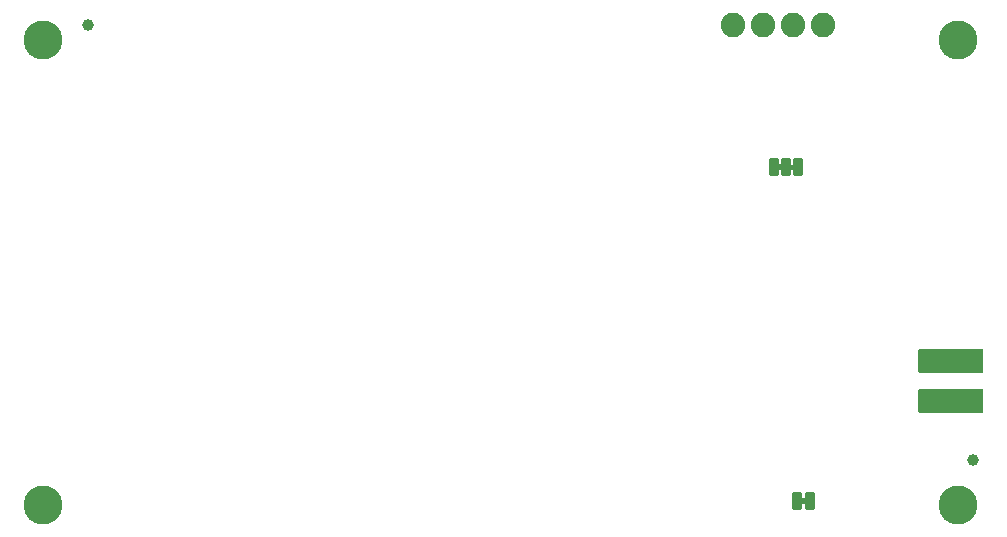
<source format=gbs>
%TF.GenerationSoftware,KiCad,Pcbnew,7.0.6*%
%TF.CreationDate,2024-01-20T21:08:05-07:00*%
%TF.ProjectId,SparkFun_AirQuality_Combo,53706172-6b46-4756-9e5f-416972517561,rev?*%
%TF.SameCoordinates,Original*%
%TF.FileFunction,Soldermask,Bot*%
%TF.FilePolarity,Negative*%
%FSLAX46Y46*%
G04 Gerber Fmt 4.6, Leading zero omitted, Abs format (unit mm)*
G04 Created by KiCad (PCBNEW 7.0.6) date 2024-01-20 21:08:05*
%MOMM*%
%LPD*%
G01*
G04 APERTURE LIST*
G04 Aperture macros list*
%AMRoundRect*
0 Rectangle with rounded corners*
0 $1 Rounding radius*
0 $2 $3 $4 $5 $6 $7 $8 $9 X,Y pos of 4 corners*
0 Add a 4 corners polygon primitive as box body*
4,1,4,$2,$3,$4,$5,$6,$7,$8,$9,$2,$3,0*
0 Add four circle primitives for the rounded corners*
1,1,$1+$1,$2,$3*
1,1,$1+$1,$4,$5*
1,1,$1+$1,$6,$7*
1,1,$1+$1,$8,$9*
0 Add four rect primitives between the rounded corners*
20,1,$1+$1,$2,$3,$4,$5,0*
20,1,$1+$1,$4,$5,$6,$7,0*
20,1,$1+$1,$6,$7,$8,$9,0*
20,1,$1+$1,$8,$9,$2,$3,0*%
G04 Aperture macros list end*
%ADD10RoundRect,0.101600X-2.650000X-0.950000X2.650000X-0.950000X2.650000X0.950000X-2.650000X0.950000X0*%
%ADD11C,3.302000*%
%ADD12C,2.082800*%
%ADD13RoundRect,0.101600X-0.330200X-0.635000X0.330200X-0.635000X0.330200X0.635000X-0.330200X0.635000X0*%
%ADD14RoundRect,0.101600X0.330200X0.635000X-0.330200X0.635000X-0.330200X-0.635000X0.330200X-0.635000X0*%
%ADD15C,1.000000*%
G04 APERTURE END LIST*
%TO.C,JP2*%
G36*
X67132200Y2617000D02*
G01*
X66624200Y2617000D01*
X66624200Y3098000D01*
X67132200Y3098000D01*
X67132200Y2617000D01*
G37*
%TO.C,JP1*%
G36*
X65138300Y30874500D02*
G01*
X64630300Y30874500D01*
X64630300Y31355500D01*
X65138300Y31355500D01*
X65138300Y30874500D01*
G37*
G36*
X66171000Y30851500D02*
G01*
X65663000Y30851500D01*
X65663000Y31332500D01*
X66171000Y31332500D01*
X66171000Y30851500D01*
G37*
%TD*%
D10*
%TO.C,L1*%
X79375000Y11317500D03*
X79375000Y14717500D03*
%TD*%
D11*
%TO.C,ST2*%
X80010000Y2540000D03*
%TD*%
%TO.C,ST1*%
X80010000Y41910000D03*
%TD*%
D12*
%TO.C,J3*%
X68580000Y43180000D03*
X66040000Y43180000D03*
X63500000Y43180000D03*
X60960000Y43180000D03*
%TD*%
D11*
%TO.C,ST3*%
X2540000Y41910000D03*
%TD*%
%TO.C,ST4*%
X2540000Y2540000D03*
%TD*%
D13*
%TO.C,JP2*%
X66357500Y2857500D03*
X67398900Y2857500D03*
%TD*%
%TO.C,JP1*%
X64363600Y31115000D03*
X65405000Y31115000D03*
D14*
X66446400Y31115000D03*
%TD*%
D15*
%TO.C,FID2*%
X6350000Y43180000D03*
%TD*%
%TO.C,FID1*%
X81280000Y6350000D03*
%TD*%
M02*

</source>
